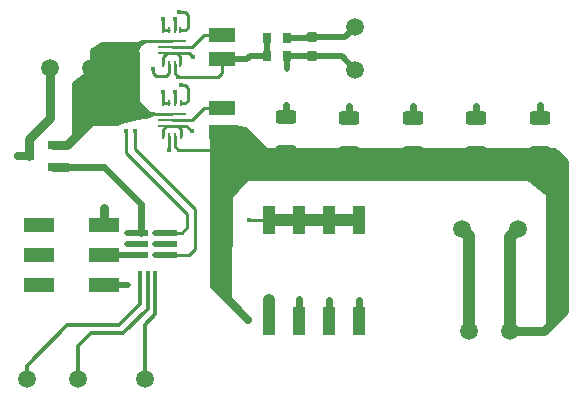
<source format=gbr>
%TF.GenerationSoftware,KiCad,Pcbnew,9.0.5*%
%TF.CreationDate,2025-10-15T03:39:03+09:00*%
%TF.ProjectId,fpga_pre_test,66706761-5f70-4726-955f-746573742e6b,rev?*%
%TF.SameCoordinates,Original*%
%TF.FileFunction,Copper,L1,Top*%
%TF.FilePolarity,Positive*%
%FSLAX46Y46*%
G04 Gerber Fmt 4.6, Leading zero omitted, Abs format (unit mm)*
G04 Created by KiCad (PCBNEW 9.0.5) date 2025-10-15 03:39:03*
%MOMM*%
%LPD*%
G01*
G04 APERTURE LIST*
G04 Aperture macros list*
%AMRoundRect*
0 Rectangle with rounded corners*
0 $1 Rounding radius*
0 $2 $3 $4 $5 $6 $7 $8 $9 X,Y pos of 4 corners*
0 Add a 4 corners polygon primitive as box body*
4,1,4,$2,$3,$4,$5,$6,$7,$8,$9,$2,$3,0*
0 Add four circle primitives for the rounded corners*
1,1,$1+$1,$2,$3*
1,1,$1+$1,$4,$5*
1,1,$1+$1,$6,$7*
1,1,$1+$1,$8,$9*
0 Add four rect primitives between the rounded corners*
20,1,$1+$1,$2,$3,$4,$5,0*
20,1,$1+$1,$4,$5,$6,$7,0*
20,1,$1+$1,$6,$7,$8,$9,0*
20,1,$1+$1,$8,$9,$2,$3,0*%
G04 Aperture macros list end*
%TA.AperFunction,Conductor*%
%ADD10C,0.200000*%
%TD*%
%ADD11C,0.200000*%
%TA.AperFunction,SMDPad,CuDef*%
%ADD12R,0.250000X0.600000*%
%TD*%
%TA.AperFunction,SMDPad,CuDef*%
%ADD13R,2.400000X0.250000*%
%TD*%
%TA.AperFunction,SMDPad,CuDef*%
%ADD14C,1.500000*%
%TD*%
%TA.AperFunction,SMDPad,CuDef*%
%ADD15RoundRect,0.250000X0.625000X-0.312500X0.625000X0.312500X-0.625000X0.312500X-0.625000X-0.312500X0*%
%TD*%
%TA.AperFunction,SMDPad,CuDef*%
%ADD16R,1.130000X2.440000*%
%TD*%
%TA.AperFunction,SMDPad,CuDef*%
%ADD17R,2.500000X1.200000*%
%TD*%
%TA.AperFunction,SMDPad,CuDef*%
%ADD18R,0.900000X0.800000*%
%TD*%
%TA.AperFunction,SMDPad,CuDef*%
%ADD19R,1.200000X0.600000*%
%TD*%
%TA.AperFunction,SMDPad,CuDef*%
%ADD20R,2.200000X1.200000*%
%TD*%
%TA.AperFunction,SMDPad,CuDef*%
%ADD21RoundRect,0.200000X-0.275000X0.200000X-0.275000X-0.200000X0.275000X-0.200000X0.275000X0.200000X0*%
%TD*%
%TA.AperFunction,SMDPad,CuDef*%
%ADD22R,0.650000X0.850000*%
%TD*%
%TA.AperFunction,ComponentPad*%
%ADD23C,1.500000*%
%TD*%
%TA.AperFunction,ViaPad*%
%ADD24C,0.450000*%
%TD*%
%TA.AperFunction,ViaPad*%
%ADD25C,0.500000*%
%TD*%
%TA.AperFunction,Conductor*%
%ADD26C,0.700000*%
%TD*%
%TA.AperFunction,Conductor*%
%ADD27C,0.250000*%
%TD*%
%TA.AperFunction,Conductor*%
%ADD28C,0.500000*%
%TD*%
%TA.AperFunction,Conductor*%
%ADD29C,0.800000*%
%TD*%
%TA.AperFunction,Conductor*%
%ADD30C,0.600000*%
%TD*%
%TA.AperFunction,Conductor*%
%ADD31C,1.000000*%
%TD*%
%TA.AperFunction,Conductor*%
%ADD32C,0.300000*%
%TD*%
%TA.AperFunction,Conductor*%
%ADD33C,0.750000*%
%TD*%
G04 APERTURE END LIST*
D10*
%TO.N,/VDC*%
X137779166Y-90771097D02*
X138560000Y-91920000D01*
X136030263Y-92510000D01*
X133890263Y-92290000D01*
X132290263Y-93797854D01*
X132290263Y-89048334D01*
X133840263Y-87790000D01*
X133810263Y-86250000D01*
X134686334Y-85603666D01*
X137790000Y-85600000D01*
X137779166Y-90771097D01*
%TA.AperFunction,Conductor*%
G36*
X137779166Y-90771097D02*
G01*
X138560000Y-91920000D01*
X136030263Y-92510000D01*
X133890263Y-92290000D01*
X132290263Y-93797854D01*
X132290263Y-89048334D01*
X133840263Y-87790000D01*
X133810263Y-86250000D01*
X134686334Y-85603666D01*
X137790000Y-85600000D01*
X137779166Y-90771097D01*
G37*
%TD.AperFunction*%
%TO.N,/VOUT2*%
X146922026Y-92852026D02*
X148689977Y-94600023D01*
X173090000Y-94630000D01*
X174060000Y-95580000D01*
X173820000Y-108330000D01*
X172397085Y-109662915D01*
X172390000Y-98540000D01*
X170830000Y-97260000D01*
X147070000Y-97250000D01*
X145700000Y-98690000D01*
X145666561Y-107146561D01*
X145758445Y-108089197D01*
X143945756Y-106260000D01*
X143920000Y-92691898D01*
X146000000Y-92630000D01*
X146922026Y-92852026D01*
%TA.AperFunction,Conductor*%
G36*
X146922026Y-92852026D02*
G01*
X148689977Y-94600023D01*
X173090000Y-94630000D01*
X174060000Y-95580000D01*
X173820000Y-108330000D01*
X172397085Y-109662915D01*
X172390000Y-98540000D01*
X170830000Y-97260000D01*
X147070000Y-97250000D01*
X145700000Y-98690000D01*
X145666561Y-107146561D01*
X145758445Y-108089197D01*
X143945756Y-106260000D01*
X143920000Y-92691898D01*
X146000000Y-92630000D01*
X146922026Y-92852026D01*
G37*
%TD.AperFunction*%
D11*
X138410000Y-91930000D02*
X138416720Y-91930537D01*
X138423408Y-91930991D01*
X138430067Y-91931363D01*
X138436699Y-91931654D01*
X138443305Y-91931865D01*
X138449888Y-91931995D01*
X138456449Y-91932045D01*
X138462990Y-91932015D01*
X138469515Y-91931906D01*
X138476024Y-91931717D01*
X138482519Y-91931449D01*
X138489004Y-91931102D01*
X138495481Y-91930676D01*
X138501951Y-91930170D01*
X138508417Y-91929585D01*
X138514881Y-91928920D01*
X138521347Y-91928175D01*
X138527817Y-91927349D01*
X138534293Y-91926443D01*
X138540779Y-91925454D01*
X138547277Y-91924384D01*
X138553791Y-91923230D01*
X138560324Y-91921992D01*
X138566880Y-91920668D01*
X138573461Y-91919259D01*
X138580073Y-91917761D01*
X138586719Y-91916175D01*
X138593404Y-91914497D01*
X138600133Y-91912726D01*
X138606910Y-91910861D01*
X138613742Y-91908898D01*
X138620634Y-91906835D01*
X138627593Y-91904669D01*
X138634627Y-91902397D01*
X138641743Y-91900015D01*
X138648950Y-91897518D01*
X138656258Y-91894903D01*
X138663679Y-91892163D01*
X138671226Y-91889293D01*
X138678912Y-91886284D01*
X138686755Y-91883129D01*
X138694775Y-91879818D01*
X138702995Y-91876339D01*
X138711444Y-91872678D01*
X138720155Y-91868817D01*
X138729172Y-91864734D01*
X138738550Y-91860402D01*
X138748360Y-91855784D01*
X138758702Y-91850830D01*
X138769715Y-91845468D01*
X138781617Y-91839588D01*
X138794770Y-91833005D01*
X138809887Y-91825356D01*
X138828835Y-91815692D01*
X138837513Y-91811253D01*
X138851438Y-91804132D01*
X138865458Y-91796986D01*
X138879586Y-91789833D01*
X138893834Y-91782688D01*
X138901008Y-91779125D01*
X138908217Y-91775570D01*
X138915462Y-91772026D01*
X138922746Y-91768495D01*
X138930070Y-91764978D01*
X138937435Y-91761480D01*
X138944844Y-91758000D01*
X138952297Y-91754542D01*
X138959797Y-91751107D01*
X138967345Y-91747698D01*
X138974942Y-91744317D01*
X138982591Y-91740965D01*
X138990293Y-91737646D01*
X138998049Y-91734361D01*
X139005862Y-91731112D01*
X139013732Y-91727902D01*
X139021662Y-91724732D01*
X139029653Y-91721605D01*
X139037706Y-91718523D01*
X139045824Y-91715487D01*
X139054008Y-91712501D01*
X139062260Y-91709566D01*
X139070580Y-91706684D01*
X139078972Y-91703857D01*
X139087435Y-91701088D01*
X139091695Y-91699726D01*
X139095973Y-91698379D01*
X139100270Y-91697047D01*
X139104587Y-91695732D01*
X139108923Y-91694432D01*
X139113278Y-91693148D01*
X139117653Y-91691881D01*
X139122048Y-91690631D01*
X139126463Y-91689397D01*
X139130898Y-91688181D01*
X139135354Y-91686983D01*
X139139830Y-91685802D01*
X139144328Y-91684640D01*
X139148847Y-91683496D01*
X139153387Y-91682370D01*
X139157949Y-91681264D01*
X139162532Y-91680176D01*
X139167138Y-91679108D01*
X139171765Y-91678060D01*
X139176415Y-91677032D01*
X139181088Y-91676024D01*
X139185783Y-91675036D01*
X139190501Y-91674069D01*
X139195243Y-91673124D01*
X139200008Y-91672199D01*
X139204796Y-91671296D01*
X139209608Y-91670415D01*
X139214445Y-91669556D01*
X139219305Y-91668720D01*
X139224190Y-91667906D01*
X139229100Y-91667115D01*
X139234034Y-91666347D01*
X139238993Y-91665602D01*
X139243978Y-91664881D01*
X139248988Y-91664184D01*
X139254023Y-91663512D01*
X139259085Y-91662864D01*
X139264172Y-91662240D01*
X139269286Y-91661642D01*
X139274426Y-91661068D01*
X139279592Y-91660521D01*
X139284786Y-91659999D01*
X139290007Y-91659503D01*
X139295255Y-91659034D01*
X139300530Y-91658591D01*
X139305833Y-91658175D01*
X139311164Y-91657787D01*
X139316523Y-91657425D01*
X139321910Y-91657092D01*
X139327325Y-91656786D01*
X139332770Y-91656508D01*
X139338243Y-91656259D01*
X139343745Y-91656039D01*
X139349277Y-91655848D01*
X139354837Y-91655686D01*
X139360428Y-91655553D01*
X139366049Y-91655450D01*
X139371699Y-91655378D01*
X139377380Y-91655335D01*
X139383092Y-91655324D01*
X139388834Y-91655343D01*
X139394607Y-91655393D01*
X138480000Y-91250000D02*
X138485126Y-91255242D01*
X138490231Y-91260432D01*
X138495245Y-91265502D01*
X138500240Y-91270524D01*
X138505150Y-91275431D01*
X138510041Y-91280292D01*
X138514852Y-91285045D01*
X138519646Y-91289752D01*
X138524365Y-91294358D01*
X138529067Y-91298919D01*
X138533699Y-91303384D01*
X138538316Y-91307807D01*
X138542866Y-91312137D01*
X138547402Y-91316427D01*
X138551875Y-91320629D01*
X138556335Y-91324792D01*
X138560736Y-91328871D01*
X138565124Y-91332912D01*
X138569456Y-91336874D01*
X138573777Y-91340798D01*
X138578045Y-91344647D01*
X138582302Y-91348460D01*
X138586510Y-91352201D01*
X138590707Y-91355906D01*
X138594858Y-91359543D01*
X138599000Y-91363145D01*
X138603097Y-91366682D01*
X138607185Y-91370185D01*
X138611232Y-91373626D01*
X138615271Y-91377034D01*
X138619270Y-91380382D01*
X138623263Y-91383698D01*
X138627218Y-91386958D01*
X138631166Y-91390185D01*
X138635080Y-91393359D01*
X138638987Y-91396501D01*
X138642862Y-91399592D01*
X138646731Y-91402652D01*
X138650570Y-91405663D01*
X138654403Y-91408644D01*
X138658208Y-91411577D01*
X138662008Y-91414482D01*
X138665781Y-91417340D01*
X138669551Y-91420171D01*
X138673295Y-91422957D01*
X138677035Y-91425716D01*
X138680752Y-91428433D01*
X138684467Y-91431123D01*
X138688159Y-91433772D01*
X138691849Y-91436395D01*
X138695519Y-91438979D01*
X138699187Y-91441537D01*
X138702836Y-91444058D01*
X138706483Y-91446553D01*
X138710114Y-91449012D01*
X138713743Y-91451446D01*
X138717357Y-91453846D01*
X138720970Y-91456221D01*
X138724569Y-91458563D01*
X138728168Y-91460881D01*
X138731754Y-91463167D01*
X138735341Y-91465429D01*
X138738916Y-91467661D01*
X138742491Y-91469869D01*
X138746057Y-91472048D01*
X138749624Y-91474204D01*
X138753182Y-91476331D01*
X138756742Y-91478436D01*
X138760295Y-91480513D01*
X138763849Y-91482569D01*
X138767398Y-91484597D01*
X138770948Y-91486604D01*
X138774495Y-91488586D01*
X138778044Y-91490546D01*
X138781590Y-91492481D01*
X138785139Y-91494396D01*
X138788686Y-91496286D01*
X138792236Y-91498156D01*
X138795786Y-91500003D01*
X138799340Y-91501829D01*
X138802894Y-91503634D01*
X138806453Y-91505418D01*
X138810014Y-91507180D01*
X138813580Y-91508923D01*
X138817149Y-91510645D01*
X138820723Y-91512347D01*
X138824302Y-91514030D01*
X138827886Y-91515693D01*
X138831477Y-91517337D01*
X138835073Y-91518961D01*
X138842287Y-91522154D01*
X138849532Y-91525273D01*
X138856811Y-91528320D01*
X138864129Y-91531296D01*
X138871488Y-91534202D01*
X138878893Y-91537041D01*
X138886348Y-91539814D01*
X138893856Y-91542521D01*
X138901422Y-91545164D01*
X138909051Y-91547743D01*
X138916745Y-91550261D01*
X138924511Y-91552719D01*
X138932353Y-91555116D01*
X138940275Y-91557454D01*
X138948282Y-91559734D01*
X138956380Y-91561957D01*
X138964575Y-91564123D01*
X138972871Y-91566233D01*
X138981274Y-91568288D01*
X138989791Y-91570289D01*
X138998428Y-91572236D01*
X139007192Y-91574129D01*
X139016090Y-91575970D01*
X139025130Y-91577758D01*
X139034319Y-91579494D01*
X139043665Y-91581179D01*
X139053178Y-91582812D01*
X139062868Y-91584395D01*
X139072743Y-91585927D01*
X139082815Y-91587409D01*
X139093095Y-91588840D01*
X139103596Y-91590222D01*
X139114330Y-91591553D01*
X139125313Y-91592835D01*
X139136559Y-91594068D01*
X139148085Y-91595250D01*
X139159910Y-91596383D01*
X139172054Y-91597467D01*
X139184538Y-91598500D01*
X139197388Y-91599484D01*
X139210629Y-91600418D01*
X139224293Y-91601301D01*
X139238411Y-91602134D01*
X139253023Y-91602917D01*
X139268172Y-91603648D01*
X139283906Y-91604328D01*
X139300282Y-91604956D01*
X139317368Y-91605531D01*
X139335239Y-91606054D01*
X139353991Y-91606523D01*
X139373736Y-91606937D01*
X139387177Y-91607177D01*
D10*
%TO.N,/VDC*%
X138059912Y-85709912D02*
X137830000Y-85970000D01*
X137760000Y-86220000D01*
X137290000Y-86180000D01*
X137510000Y-85800000D01*
X137953101Y-85560000D01*
X138530000Y-85450000D01*
X138059912Y-85709912D01*
%TA.AperFunction,Conductor*%
G36*
X138059912Y-85709912D02*
G01*
X137830000Y-85970000D01*
X137760000Y-86220000D01*
X137290000Y-86180000D01*
X137510000Y-85800000D01*
X137953101Y-85560000D01*
X138530000Y-85450000D01*
X138059912Y-85709912D01*
G37*
%TD.AperFunction*%
D11*
X137790000Y-86657518D02*
X137789698Y-86644249D01*
X137789421Y-86631152D01*
X137789173Y-86618497D01*
X137788948Y-86606003D01*
X137788751Y-86593918D01*
X137788576Y-86581985D01*
X137788427Y-86570431D01*
X137788301Y-86559020D01*
X137788198Y-86547962D01*
X137788117Y-86537039D01*
X137788058Y-86526444D01*
X137788020Y-86515978D01*
X137788003Y-86505818D01*
X137788007Y-86495780D01*
X137788031Y-86486029D01*
X137788075Y-86476393D01*
X137788137Y-86467026D01*
X137788219Y-86457768D01*
X137788319Y-86448763D01*
X137788438Y-86439862D01*
X137788573Y-86431198D01*
X137788728Y-86422634D01*
X137788898Y-86414293D01*
X137789086Y-86406046D01*
X137789290Y-86398010D01*
X137789512Y-86390064D01*
X137789748Y-86382317D01*
X137790002Y-86374656D01*
X137790269Y-86367182D01*
X137790554Y-86359792D01*
X137790852Y-86352578D01*
X137791167Y-86345443D01*
X137791494Y-86338476D01*
X137791838Y-86331584D01*
X137792195Y-86324851D01*
X137792567Y-86318191D01*
X137792951Y-86311680D01*
X137793352Y-86305240D01*
X137793763Y-86298942D01*
X137794190Y-86292710D01*
X137794628Y-86286614D01*
X137795082Y-86280582D01*
X137795546Y-86274678D01*
X137796025Y-86268836D01*
X137796515Y-86263115D01*
X137797019Y-86257454D01*
X137797533Y-86251908D01*
X137798063Y-86246419D01*
X137798601Y-86241040D01*
X137799155Y-86235716D01*
X137799718Y-86230496D01*
X137800295Y-86225329D01*
X137800881Y-86220261D01*
X137801482Y-86215244D01*
X137802091Y-86210321D01*
X137802715Y-86205448D01*
X137803347Y-86200664D01*
X137803993Y-86195927D01*
X137804648Y-86191275D01*
X137805317Y-86186669D01*
X137805994Y-86182144D01*
X137806685Y-86177663D01*
X137807384Y-86173260D01*
X137808096Y-86168898D01*
X137808817Y-86164610D01*
X137809552Y-86160362D01*
X137810295Y-86156185D01*
X137811051Y-86152047D01*
X137811815Y-86147975D01*
X137812593Y-86143941D01*
X137813378Y-86139970D01*
X137814177Y-86136036D01*
X137814984Y-86132162D01*
X137815805Y-86128323D01*
X137816633Y-86124541D01*
X137817475Y-86120793D01*
X137818324Y-86117099D01*
X137819187Y-86113438D01*
X137820059Y-86109828D01*
X137820943Y-86106251D01*
X137821836Y-86102721D01*
X137822741Y-86099223D01*
X137823656Y-86095770D01*
X137824583Y-86092347D01*
X137825519Y-86088967D01*
X137826468Y-86085617D01*
X137827426Y-86082306D01*
X137828397Y-86079024D01*
X137829377Y-86075781D01*
X137830370Y-86072564D01*
X137831373Y-86069383D01*
X137832389Y-86066229D01*
X137833414Y-86063108D01*
X137834453Y-86060013D01*
X137835502Y-86056949D01*
X137836563Y-86053910D01*
X137837636Y-86050900D01*
X137838721Y-86047914D01*
X137839817Y-86044955D01*
X137840926Y-86042020D01*
X137842047Y-86039109D01*
X137843181Y-86036221D01*
X137844327Y-86033356D01*
X137845486Y-86030512D01*
X137846658Y-86027690D01*
X137847843Y-86024888D01*
X137849042Y-86022106D01*
X137850253Y-86019344D01*
X137851479Y-86016599D01*
X137852718Y-86013873D01*
X137853971Y-86011163D01*
X137855238Y-86008472D01*
X137857817Y-86003134D01*
X137860457Y-85997854D01*
X137863158Y-85992628D01*
X137865925Y-85987450D01*
X137868758Y-85982314D01*
X137871663Y-85977216D01*
X137874640Y-85972150D01*
X137877694Y-85967110D01*
X137880829Y-85962091D01*
X137884049Y-85957087D01*
X137887358Y-85952091D01*
X137890760Y-85947097D01*
X137894262Y-85942099D01*
X137897870Y-85937089D01*
X137901589Y-85932060D01*
X137905429Y-85927002D01*
X137909395Y-85921908D01*
X137913499Y-85916768D01*
X137917751Y-85911569D01*
X137922162Y-85906302D01*
X137926747Y-85900950D01*
X137931520Y-85895501D01*
X137936502Y-85889934D01*
X137941713Y-85884229D01*
X137947180Y-85878363D01*
X137952934Y-85872303D01*
X137959015Y-85866015D01*
X137965472Y-85859450D01*
X137972369Y-85852550D01*
X137979794Y-85845234D01*
X137985168Y-85840000D01*
X137982759Y-85840000D02*
X137987740Y-85834452D01*
X137990299Y-85831647D01*
X137992899Y-85828827D01*
X137995545Y-85825987D01*
X137998231Y-85823133D01*
X138000961Y-85820261D01*
X138003732Y-85817376D01*
X138006545Y-85814475D01*
X138009398Y-85811563D01*
X138012291Y-85808637D01*
X138015224Y-85805701D01*
X138018196Y-85802754D01*
X138021207Y-85799796D01*
X138024254Y-85796831D01*
X138027340Y-85793856D01*
X138030461Y-85790876D01*
X138033620Y-85787887D01*
X138036811Y-85784895D01*
X138040040Y-85781896D01*
X138043299Y-85778895D01*
X138046595Y-85775888D01*
X138049920Y-85772882D01*
X138053281Y-85769871D01*
X138056669Y-85766862D01*
X138060092Y-85763849D01*
X138063540Y-85760841D01*
X138067023Y-85757829D01*
X138070528Y-85754824D01*
X138074068Y-85751817D01*
X138077628Y-85748818D01*
X138081222Y-85745817D01*
X138084835Y-85742826D01*
X138088481Y-85739835D01*
X138092144Y-85736855D01*
X138095839Y-85733875D01*
X138099549Y-85730909D01*
X138103291Y-85727943D01*
X138107046Y-85724993D01*
X138110833Y-85722043D01*
X138114631Y-85719110D01*
X138118459Y-85716179D01*
X138122298Y-85713266D01*
X138126166Y-85710355D01*
X138130043Y-85707463D01*
X138133948Y-85704575D01*
X138137861Y-85701706D01*
X138141802Y-85698842D01*
X138145749Y-85695998D01*
X138149723Y-85693159D01*
X138153701Y-85690343D01*
X138157707Y-85687531D01*
X138161715Y-85684742D01*
X138165750Y-85681959D01*
X138169787Y-85679200D01*
X138173849Y-85676447D01*
X138177912Y-85673719D01*
X138182000Y-85670997D01*
X138186087Y-85668301D01*
X138190198Y-85665612D01*
X138194308Y-85662949D01*
X138198442Y-85660294D01*
X138202573Y-85657664D01*
X138206728Y-85655044D01*
X138210878Y-85652450D01*
X138215052Y-85649865D01*
X138219220Y-85647307D01*
X138223412Y-85644759D01*
X138227597Y-85642238D01*
X138231804Y-85639727D01*
X138236005Y-85637244D01*
X138240227Y-85634771D01*
X138244441Y-85632326D01*
X138248677Y-85629892D01*
X138252904Y-85627486D01*
X138257151Y-85625092D01*
X138261390Y-85622726D01*
X138265649Y-85620371D01*
X138269898Y-85618045D01*
X138274167Y-85615732D01*
X138278425Y-85613446D01*
X138282702Y-85611174D01*
X138286969Y-85608929D01*
X138291254Y-85606698D01*
X138295528Y-85604495D01*
X138299820Y-85602306D01*
X138304100Y-85600145D01*
X138308398Y-85597998D01*
X138312684Y-85595880D01*
X138316986Y-85593775D01*
X138321276Y-85591699D01*
X138325583Y-85589638D01*
X138329877Y-85587605D01*
X138334187Y-85585586D01*
X138338484Y-85583596D01*
X138342796Y-85581621D01*
X138347095Y-85579674D01*
X138351409Y-85577742D01*
X138355710Y-85575838D01*
X138360025Y-85573950D01*
X138364326Y-85572090D01*
X138368642Y-85570246D01*
X138372943Y-85568429D01*
X138377259Y-85566629D01*
X138381560Y-85564856D01*
X138385875Y-85563100D01*
X138390175Y-85561371D01*
X138394488Y-85559658D01*
X138398786Y-85557973D01*
X138403098Y-85556305D01*
X138407394Y-85554664D01*
X138411703Y-85553039D01*
X138415997Y-85551442D01*
X138420303Y-85549862D01*
X138424594Y-85548308D01*
X138428897Y-85546772D01*
X138433184Y-85545263D01*
X138437483Y-85543771D01*
X138441767Y-85542305D01*
X138446061Y-85540857D01*
X138450341Y-85539435D01*
X138454631Y-85538031D01*
X138458906Y-85536653D01*
X138463191Y-85535293D01*
X138467461Y-85533959D01*
X138471741Y-85532643D01*
X138476005Y-85531352D01*
X138480280Y-85530080D01*
X138484539Y-85528833D01*
X138488807Y-85527604D01*
X138493060Y-85526401D01*
X138497323Y-85525215D01*
X138501570Y-85524055D01*
X138505826Y-85522914D01*
X138510067Y-85521797D01*
X138514316Y-85520699D01*
X138518550Y-85519625D01*
X138522793Y-85518570D01*
X138527020Y-85517540D01*
X138531256Y-85516528D01*
X138535476Y-85515541D01*
X138539704Y-85514572D01*
X138543917Y-85513627D01*
X138548138Y-85512701D01*
X138552344Y-85511800D01*
X138556557Y-85510917D01*
X138560755Y-85510057D01*
X138564961Y-85509217D01*
X138569152Y-85508400D01*
X138573349Y-85507603D01*
X138577532Y-85506828D01*
X138581722Y-85506073D01*
X138585896Y-85505341D01*
X138590078Y-85504628D01*
X138594245Y-85503938D01*
X138598418Y-85503267D01*
X138602577Y-85502619D01*
X138606742Y-85501990D01*
X138610892Y-85501384D01*
X138615049Y-85500797D01*
X138619191Y-85500233D01*
X138623339Y-85499688D01*
X138627473Y-85499165D01*
X138631613Y-85498661D01*
X138635738Y-85498180D01*
X138639869Y-85497718D01*
X138643986Y-85497278D01*
X138648109Y-85496858D01*
X138652217Y-85496459D01*
X138656331Y-85496080D01*
X138660431Y-85495722D01*
X138664536Y-85495384D01*
X138668627Y-85495067D01*
X138672724Y-85494770D01*
X138676807Y-85494494D01*
X138680895Y-85494238D01*
X138684969Y-85494003D01*
X138689048Y-85493787D01*
X138693113Y-85493593D01*
X138697184Y-85493418D01*
X138701241Y-85493264D01*
X138705302Y-85493130D01*
X138709351Y-85493017D01*
X138713404Y-85492923D01*
X138717444Y-85492850D01*
X138721488Y-85492797D01*
X138725519Y-85492764D01*
X138729555Y-85492751D01*
X138733578Y-85492758D01*
X138737605Y-85492786D01*
X138741619Y-85492833D01*
X138745637Y-85492900D01*
X138749643Y-85492988D01*
X138753653Y-85493095D01*
X138757650Y-85493222D01*
X138761652Y-85493370D01*
X138765641Y-85493537D01*
X138769634Y-85493724D01*
X138773615Y-85493931D01*
X138777599Y-85494158D01*
X138785343Y-85494657D01*
X137190000Y-86540000D02*
X137189826Y-86535368D01*
X137189673Y-86530744D01*
X137189539Y-86526124D01*
X137189426Y-86521512D01*
X137189333Y-86516904D01*
X137189260Y-86512304D01*
X137189207Y-86507708D01*
X137189174Y-86503120D01*
X137189161Y-86498536D01*
X137189168Y-86493960D01*
X137189196Y-86489389D01*
X137189243Y-86484825D01*
X137189310Y-86480266D01*
X137189396Y-86475714D01*
X137189503Y-86471167D01*
X137189630Y-86466628D01*
X137189776Y-86462093D01*
X137189942Y-86457566D01*
X137190128Y-86453044D01*
X137190334Y-86448529D01*
X137190559Y-86444019D01*
X137190804Y-86439517D01*
X137191069Y-86435019D01*
X137191353Y-86430529D01*
X137191980Y-86421567D01*
X137192686Y-86412630D01*
X137193470Y-86403717D01*
X137194332Y-86394830D01*
X137195272Y-86385969D01*
X137196289Y-86377133D01*
X137197384Y-86368322D01*
X137198556Y-86359537D01*
X137199805Y-86350778D01*
X137201131Y-86342045D01*
X137202534Y-86333339D01*
X137204013Y-86324658D01*
X137205569Y-86316004D01*
X137207202Y-86307376D01*
X137208910Y-86298775D01*
X137210695Y-86290201D01*
X137212556Y-86281654D01*
X137214492Y-86273134D01*
X137216505Y-86264641D01*
X137218593Y-86256176D01*
X137220756Y-86247739D01*
X137222994Y-86239329D01*
X137225308Y-86230948D01*
X137227697Y-86222594D01*
X137230161Y-86214269D01*
X137232700Y-86205973D01*
X137235313Y-86197706D01*
X137238001Y-86189467D01*
X137240763Y-86181258D01*
X137243600Y-86173079D01*
X137246511Y-86164929D01*
X137249497Y-86156809D01*
X137252556Y-86148720D01*
X137255689Y-86140661D01*
X137258896Y-86132632D01*
X137262176Y-86124635D01*
X137265530Y-86116669D01*
X137268958Y-86108734D01*
X137272459Y-86100831D01*
X137276033Y-86092960D01*
X137279680Y-86085122D01*
X137283400Y-86077316D01*
X137287192Y-86069543D01*
X137291058Y-86061804D01*
X137294996Y-86054098D01*
X137299006Y-86046426D01*
X137303089Y-86038789D01*
X137307244Y-86031185D01*
X137311471Y-86023617D01*
X137315769Y-86016084D01*
X137320140Y-86008587D01*
X137324581Y-86001126D01*
X137329095Y-85993701D01*
X137333679Y-85986313D01*
X137338335Y-85978961D01*
X137343061Y-85971648D01*
X137347858Y-85964372D01*
X137352726Y-85957134D01*
X137357663Y-85949935D01*
X137362672Y-85942775D01*
X137367749Y-85935655D01*
X137372897Y-85928575D01*
X137378114Y-85921534D01*
X137383401Y-85914535D01*
X137388757Y-85907577D01*
X137394181Y-85900660D01*
X137399674Y-85893785D01*
X137405236Y-85886953D01*
X137410865Y-85880164D01*
X137416563Y-85873418D01*
X137422328Y-85866716D01*
X137428160Y-85860059D01*
X137434059Y-85853446D01*
X137440025Y-85846879D01*
X137446058Y-85840357D01*
X137452157Y-85833882D01*
X137458321Y-85827453D01*
X137464551Y-85821072D01*
X137470846Y-85814738D01*
X137477206Y-85808452D01*
X137483631Y-85802216D01*
X137490119Y-85796028D01*
X137496671Y-85789890D01*
X137503287Y-85783803D01*
X137509966Y-85777766D01*
X137516707Y-85771780D01*
X137523510Y-85765846D01*
X137530375Y-85759964D01*
X137537301Y-85754136D01*
X137544289Y-85748360D01*
X137551336Y-85742638D01*
X137558444Y-85736971D01*
X137565611Y-85731358D01*
X137572837Y-85725801D01*
X137580122Y-85720300D01*
X137587465Y-85714855D01*
X137594865Y-85709467D01*
X137602322Y-85704136D01*
X137609836Y-85698863D01*
X137617406Y-85693649D01*
X137625031Y-85688494D01*
X137632711Y-85683398D01*
X137640445Y-85678362D01*
X137648234Y-85673387D01*
X137656075Y-85668473D01*
X137663969Y-85663620D01*
X137671914Y-85658829D01*
X137679911Y-85654100D01*
X137687959Y-85649435D01*
X137696057Y-85644833D01*
X137704205Y-85640295D01*
X137712401Y-85635821D01*
X137720645Y-85631412D01*
X137728937Y-85627068D01*
X137737276Y-85622790D01*
X137745661Y-85618579D01*
X137754091Y-85614434D01*
X137762567Y-85610356D01*
X137771086Y-85606346D01*
X137779649Y-85602404D01*
X137788254Y-85598530D01*
X137796902Y-85594725D01*
X137805591Y-85590989D01*
X137814320Y-85587323D01*
X137823089Y-85583727D01*
X137831897Y-85580202D01*
X137840744Y-85576747D01*
X137845182Y-85575047D01*
X137849628Y-85573364D01*
X137854084Y-85571699D01*
X137858549Y-85570052D01*
X137863023Y-85568423D01*
X137867506Y-85566812D01*
X137871998Y-85565219D01*
X137876499Y-85563645D01*
X137881008Y-85562088D01*
X137885526Y-85560550D01*
X137890052Y-85559030D01*
X137894587Y-85557528D01*
X137899130Y-85556045D01*
X137903681Y-85554580D01*
X137908240Y-85553133D01*
X137912808Y-85551705D01*
X137917382Y-85550295D01*
X137921965Y-85548904D01*
X137926556Y-85547531D01*
X137931154Y-85546177D01*
X137935759Y-85544842D01*
X137940373Y-85543525D01*
X137944993Y-85542228D01*
X137949621Y-85540948D01*
X137953101Y-85540000D01*
X137970000Y-85530000D02*
X137977419Y-85527637D01*
X137984788Y-85525311D01*
X137992059Y-85523037D01*
X137999282Y-85520799D01*
X138006414Y-85518610D01*
X138013499Y-85516456D01*
X138020498Y-85514350D01*
X138027451Y-85512278D01*
X138034324Y-85510251D01*
X138041153Y-85508257D01*
X138047906Y-85506307D01*
X138054617Y-85504390D01*
X138061256Y-85502514D01*
X138067856Y-85500670D01*
X138074388Y-85498866D01*
X138080882Y-85497093D01*
X138087312Y-85495358D01*
X138093707Y-85493653D01*
X138100042Y-85491985D01*
X138106342Y-85490347D01*
X138112586Y-85488744D01*
X138118798Y-85487170D01*
X138124958Y-85485629D01*
X138131086Y-85484117D01*
X138137167Y-85482638D01*
X138143217Y-85481186D01*
X138149224Y-85479766D01*
X138155202Y-85478373D01*
X138161139Y-85477010D01*
X138167049Y-85475673D01*
X138172922Y-85474366D01*
X138178769Y-85473084D01*
X138184584Y-85471830D01*
X138190373Y-85470603D01*
X138196133Y-85469401D01*
X138201869Y-85468225D01*
X138207580Y-85467075D01*
X138213268Y-85465949D01*
X138218934Y-85464849D01*
X138224579Y-85463772D01*
X138230205Y-85462720D01*
X138235811Y-85461692D01*
X138241402Y-85460686D01*
X138246975Y-85459705D01*
X138252536Y-85458745D01*
X138258079Y-85457809D01*
X138269134Y-85456002D01*
X138280150Y-85454283D01*
X138291136Y-85452649D01*
X138302102Y-85451098D01*
X138313060Y-85449629D01*
X138324020Y-85448240D01*
X138334992Y-85446930D01*
X138345989Y-85445697D01*
X138357023Y-85444540D01*
X138368107Y-85443457D01*
X138379253Y-85442449D01*
X138390475Y-85441514D01*
X138401790Y-85440650D01*
X138413213Y-85439859D01*
X138424762Y-85439138D01*
X138436455Y-85438488D01*
X138448313Y-85437908D01*
X138460359Y-85437399D01*
X138472619Y-85436961D01*
X138485121Y-85436593D01*
X138497895Y-85436297D01*
X138510980Y-85436073D01*
X138524415Y-85435922D01*
X138538250Y-85435846D01*
X138552541Y-85435847D01*
X138567356Y-85435927D01*
X138582777Y-85436089D01*
X138598907Y-85436338D01*
X138615874Y-85436678D01*
X138633847Y-85437118D01*
X138653053Y-85437666D01*
X138673815Y-85438336D01*
X138696621Y-85439150D01*
X138722276Y-85440142D01*
X138752324Y-85441379D01*
X138790617Y-85443026D01*
X138813673Y-85444034D01*
X138830815Y-85444785D01*
%TD*%
D12*
%TO.P,IC4,11,FSEL*%
%TO.N,GND*%
X139870000Y-90730000D03*
%TO.P,IC4,10,MODE*%
X140370000Y-90730000D03*
%TO.P,IC4,9,SS/TR*%
%TO.N,Net-(IC4-SS{slash}TR)*%
X140870000Y-90730000D03*
%TO.P,IC4,8,EN*%
%TO.N,/SEQ_FLAG2*%
X141370000Y-90730000D03*
%TO.P,IC4,7,PG*%
%TO.N,GND*%
X141370000Y-93530000D03*
%TO.P,IC4,6,VOS*%
%TO.N,/VOUT2*%
X140870000Y-93530000D03*
%TO.P,IC4,5,FB*%
%TO.N,Net-(IC4-FB)*%
X140370000Y-93530000D03*
%TO.P,IC4,4,AGND*%
%TO.N,GND*%
X139870000Y-93530000D03*
D13*
%TO.P,IC4,3,GND*%
X140620000Y-92630000D03*
%TO.P,IC4,2,SW*%
%TO.N,Net-(IC4-SW)*%
X140620000Y-92130000D03*
%TO.P,IC4,1,VIN*%
%TO.N,/VDC*%
X140620000Y-91630000D03*
%TD*%
D14*
%TO.P,TP_SEQ_FLAG2,1,1*%
%TO.N,/SEQ_FLAG2*%
X138331004Y-114050000D03*
%TD*%
%TO.P,TP_SEQ_FLAG_NC1,1,1*%
%TO.N,/SEQ_FLAG_NC*%
X132700000Y-114050000D03*
%TD*%
D15*
%TO.P,R20,1*%
%TO.N,/VOUT2*%
X171770000Y-94907500D03*
%TO.P,R20,2*%
%TO.N,Net-(C11-Pad1)*%
X171770000Y-91982500D03*
%TD*%
%TO.P,R19,2*%
%TO.N,Net-(C10-Pad1)*%
X166405000Y-92002500D03*
%TO.P,R19,1*%
%TO.N,/VOUT2*%
X166405000Y-94927500D03*
%TD*%
%TO.P,R18,2*%
%TO.N,Net-(C9-Pad1)*%
X161040000Y-92002500D03*
%TO.P,R18,1*%
%TO.N,/VOUT2*%
X161040000Y-94927500D03*
%TD*%
%TO.P,R17,2*%
%TO.N,Net-(C8-Pad1)*%
X155675000Y-92002500D03*
%TO.P,R17,1*%
%TO.N,/VOUT2*%
X155675000Y-94927500D03*
%TD*%
%TO.P,R16,2*%
%TO.N,Net-(C7-Pad1)*%
X150310000Y-91932500D03*
%TO.P,R16,1*%
%TO.N,/VOUT2*%
X150310000Y-94857500D03*
%TD*%
D16*
%TO.P,S2,1,1*%
%TO.N,Net-(R14-Pad2)*%
X148870000Y-109200000D03*
%TO.P,S2,2,2*%
%TO.N,Net-(R12-Pad2)*%
X151410000Y-109200000D03*
%TO.P,S2,3,3*%
%TO.N,Net-(R10-Pad2)*%
X153950000Y-109200000D03*
%TO.P,S2,4,4*%
%TO.N,Net-(R8-Pad2)*%
X156490000Y-109200000D03*
%TO.P,S2,5,5*%
%TO.N,Net-(IC4-FB)*%
X156490000Y-100600000D03*
%TO.P,S2,6,6*%
X153950000Y-100600000D03*
%TO.P,S2,7,7*%
X151410000Y-100600000D03*
%TO.P,S2,8,8*%
X148870000Y-100600000D03*
%TD*%
D17*
%TO.P,S1,6,6*%
%TO.N,GND*%
X134880000Y-106080000D03*
%TO.P,S1,5,5*%
%TO.N,/SEQ_EN*%
X134880000Y-103580000D03*
%TO.P,S1,4,4*%
%TO.N,Net-(R1-Pad2)*%
X134880000Y-101080000D03*
%TO.P,S1,3,3*%
%TO.N,unconnected-(S1-Pad3)*%
X129380000Y-106080000D03*
%TO.P,S1,2,2*%
%TO.N,unconnected-(S1-Pad2)*%
X129380000Y-103580000D03*
%TO.P,S1,1,1*%
%TO.N,unconnected-(S1-Pad1)*%
X129380000Y-101080000D03*
%TD*%
D18*
%TO.P,IC1,1,GND*%
%TO.N,GND*%
X128580000Y-95200000D03*
%TO.P,IC1,2,OUT*%
%TO.N,/3V3LVR*%
X130580000Y-96150000D03*
%TO.P,IC1,3,IN*%
%TO.N,/VDC*%
X130580000Y-94250000D03*
%TD*%
D19*
%TO.P,IC2,6,FLAG1*%
%TO.N,/SEQ_FLAG1*%
X140481493Y-101682499D03*
%TO.P,IC2,5,FLAG2*%
%TO.N,/SEQ_FLAG_NC*%
X140481493Y-102632499D03*
%TO.P,IC2,4,FLAG3*%
%TO.N,/SEQ_FLAG2*%
X140481493Y-103582499D03*
%TO.P,IC2,3,EN*%
%TO.N,/SEQ_EN*%
X137981493Y-103582499D03*
%TO.P,IC2,2,GND*%
%TO.N,GND*%
X137981493Y-102632499D03*
%TO.P,IC2,1,VCC*%
%TO.N,/3V3LVR*%
X137981493Y-101682499D03*
%TD*%
D14*
%TO.P,TP_SEQ_FLAG1,1,1*%
%TO.N,/SEQ_FLAG1*%
X128360000Y-114050000D03*
%TD*%
D20*
%TO.P,L2,1,1*%
%TO.N,Net-(IC4-SW)*%
X144920000Y-91130000D03*
%TO.P,L2,2,2*%
%TO.N,/VOUT2*%
X144920000Y-93130000D03*
%TD*%
D12*
%TO.P,IC3,11,FSEL*%
%TO.N,GND*%
X139865000Y-84570000D03*
%TO.P,IC3,10,MODE*%
X140365000Y-84570000D03*
%TO.P,IC3,9,SS/TR*%
%TO.N,Net-(IC3-SS{slash}TR)*%
X140865000Y-84570000D03*
%TO.P,IC3,8,EN*%
%TO.N,/SEQ_FLAG1*%
X141365000Y-84570000D03*
%TO.P,IC3,7,PG*%
%TO.N,GND*%
X141365000Y-87370000D03*
%TO.P,IC3,6,VOS*%
%TO.N,/VOUT1*%
X140865000Y-87370000D03*
%TO.P,IC3,5,FB*%
%TO.N,Net-(IC3-FB)*%
X140365000Y-87370000D03*
%TO.P,IC3,4,AGND*%
%TO.N,GND*%
X139865000Y-87370000D03*
D13*
%TO.P,IC3,3,GND*%
X140615000Y-86470000D03*
%TO.P,IC3,2,SW*%
%TO.N,Net-(IC3-SW)*%
X140615000Y-85970000D03*
%TO.P,IC3,1,VIN*%
%TO.N,/VDC*%
X140615000Y-85470000D03*
%TD*%
D20*
%TO.P,L1,2,2*%
%TO.N,/VOUT1*%
X144915000Y-86970000D03*
%TO.P,L1,1,1*%
%TO.N,Net-(IC3-SW)*%
X144915000Y-84970000D03*
%TD*%
D14*
%TO.P,TP_OSC_OUT1,1,1*%
%TO.N,Net-(Y1-OUTPUT)*%
X156170000Y-84250000D03*
%TD*%
%TO.P,TP_OSC_GND1,1,1*%
%TO.N,GND*%
X156170000Y-87910000D03*
%TD*%
D21*
%TO.P,R21,2*%
%TO.N,GND*%
X152510000Y-86770000D03*
%TO.P,R21,1*%
%TO.N,Net-(Y1-OUTPUT)*%
X152510000Y-85120000D03*
%TD*%
D14*
%TO.P,TP_LOAD_GND1,1,1*%
%TO.N,GND*%
X165160000Y-101380000D03*
%TD*%
D22*
%TO.P,Y1,1,STANDBY*%
%TO.N,/VOUT1*%
X148710000Y-86720000D03*
%TO.P,Y1,2,GND*%
%TO.N,GND*%
X150360000Y-86720000D03*
%TO.P,Y1,3,OUTPUT*%
%TO.N,Net-(Y1-OUTPUT)*%
X150360000Y-85170000D03*
%TO.P,Y1,4,VDD*%
%TO.N,/VOUT1*%
X148710000Y-85170000D03*
%TD*%
D14*
%TO.P,TP_LOAD_VCC1,1,1*%
%TO.N,/VOUT2*%
X169970000Y-101370000D03*
%TD*%
D23*
%TO.P,J2,1,1*%
%TO.N,/VOUT2*%
X169260000Y-110020000D03*
%TO.P,J2,2,2*%
%TO.N,GND*%
X165760000Y-110020000D03*
%TD*%
%TO.P,J1,1,1*%
%TO.N,GND*%
X130330000Y-87770000D03*
%TO.P,J1,2,2*%
%TO.N,/VDC*%
X133830000Y-87770000D03*
%TD*%
D24*
%TO.N,Net-(IC4-FB)*%
X140360000Y-94650000D03*
X147190000Y-100600000D03*
%TO.N,/SEQ_FLAG2*%
X137540000Y-93050000D03*
X141380000Y-89180000D03*
%TO.N,/SEQ_FLAG1*%
X136760000Y-93060000D03*
X141260000Y-82990000D03*
%TO.N,GND*%
X150360000Y-87820000D03*
X142310000Y-93120000D03*
%TO.N,/3V3LVR*%
X131770000Y-96130000D03*
%TO.N,/VDC*%
X131800000Y-94250000D03*
%TO.N,/SEQ_FLAG1*%
X137939997Y-105120000D03*
%TO.N,/SEQ_FLAG_NC*%
X138590000Y-105120000D03*
%TO.N,/SEQ_FLAG2*%
X139240000Y-105130000D03*
%TO.N,Net-(C11-Pad1)*%
X171770000Y-90917500D03*
%TO.N,Net-(C10-Pad1)*%
X166410000Y-90947500D03*
%TO.N,Net-(C9-Pad1)*%
X161040000Y-90977500D03*
%TO.N,Net-(C8-Pad1)*%
X155670000Y-90977500D03*
%TO.N,Net-(C7-Pad1)*%
X150310000Y-90867500D03*
%TO.N,Net-(R8-Pad2)*%
X156500000Y-107350000D03*
%TO.N,Net-(R10-Pad2)*%
X153950000Y-107350000D03*
%TO.N,Net-(R12-Pad2)*%
X151410000Y-107340000D03*
%TO.N,Net-(R14-Pad2)*%
X148870000Y-107360000D03*
D25*
%TO.N,/3V3LVR*%
X136848735Y-101682499D03*
%TO.N,/SEQ_FLAG_NC*%
X139231493Y-102622499D03*
%TO.N,/SEQ_FLAG2*%
X139241493Y-103582499D03*
%TO.N,GND*%
X136858735Y-102632499D03*
X136890000Y-106080000D03*
%TO.N,Net-(R1-Pad2)*%
X134880000Y-99580000D03*
%TO.N,GND*%
X127610000Y-95200000D03*
%TO.N,/SEQ_FLAG1*%
X139231493Y-101682499D03*
D24*
%TO.N,GND*%
X139870000Y-89770000D03*
%TO.N,Net-(IC4-SS{slash}TR)*%
X140868888Y-89745000D03*
%TO.N,/VOUT1*%
X141175000Y-88490000D03*
%TO.N,Net-(IC3-FB)*%
X139075000Y-87790000D03*
%TO.N,GND*%
X142405000Y-86810000D03*
%TO.N,Net-(IC3-SS{slash}TR)*%
X140865000Y-83620000D03*
%TO.N,GND*%
X139865000Y-83620000D03*
%TO.N,/VOUT2*%
X147070000Y-109040000D03*
%TD*%
D26*
%TO.N,/VOUT2*%
X144840000Y-98555000D02*
X148537500Y-94857500D01*
X147070000Y-109040000D02*
X144840000Y-106810000D01*
X144840000Y-106810000D02*
X144840000Y-98555000D01*
D27*
%TO.N,Net-(IC4-FB)*%
X147190000Y-100600000D02*
X148870000Y-100600000D01*
X140370000Y-94640000D02*
X140360000Y-94650000D01*
X140370000Y-93530000D02*
X140370000Y-94640000D01*
D28*
%TO.N,GND*%
X152510000Y-86770000D02*
X155030000Y-86770000D01*
X155030000Y-86770000D02*
X156170000Y-87910000D01*
%TO.N,Net-(Y1-OUTPUT)*%
X155300000Y-85120000D02*
X156170000Y-84250000D01*
X152510000Y-85120000D02*
X155300000Y-85120000D01*
D29*
%TO.N,/VOUT2*%
X172130000Y-110020000D02*
X169260000Y-110020000D01*
X173820000Y-95690000D02*
X173820000Y-108330000D01*
X173037500Y-94907500D02*
X173820000Y-95690000D01*
X173820000Y-108330000D02*
X172130000Y-110020000D01*
X171770000Y-94907500D02*
X173037500Y-94907500D01*
D27*
%TO.N,/SEQ_FLAG2*%
X142590000Y-103070000D02*
X142077501Y-103582499D01*
X137530000Y-94630000D02*
X142590000Y-99690000D01*
X137530000Y-93060000D02*
X137530000Y-94630000D01*
X142590000Y-99690000D02*
X142590000Y-103070000D01*
X137540000Y-93050000D02*
X137530000Y-93060000D01*
X142077501Y-103582499D02*
X140481493Y-103582499D01*
%TO.N,/SEQ_FLAG1*%
X141940000Y-101220000D02*
X141477501Y-101682499D01*
X136760000Y-94930000D02*
X141940000Y-100110000D01*
X141940000Y-100110000D02*
X141940000Y-101220000D01*
X136760000Y-93060000D02*
X136760000Y-94930000D01*
X141477501Y-101682499D02*
X140481493Y-101682499D01*
%TO.N,/SEQ_FLAG2*%
X141790000Y-90730000D02*
X141370000Y-90730000D01*
X142020000Y-89430000D02*
X142020000Y-90500000D01*
X141770000Y-89180000D02*
X142020000Y-89430000D01*
X142020000Y-90500000D02*
X141790000Y-90730000D01*
X141380000Y-89180000D02*
X141770000Y-89180000D01*
%TO.N,/SEQ_FLAG1*%
X141740000Y-84570000D02*
X141365000Y-84570000D01*
X141720000Y-82990000D02*
X141970000Y-83240000D01*
X141970000Y-84340000D02*
X141740000Y-84570000D01*
X141260000Y-82990000D02*
X141720000Y-82990000D01*
X141970000Y-83240000D02*
X141970000Y-84340000D01*
D29*
%TO.N,/VDC*%
X137515000Y-90705000D02*
X138440000Y-91630000D01*
X135950000Y-92220000D02*
X137490000Y-90680000D01*
X133830000Y-92220000D02*
X135950000Y-92220000D01*
D27*
X138440000Y-91630000D02*
X140620000Y-91630000D01*
D29*
X137490000Y-86490000D02*
X137490000Y-90680000D01*
D27*
X140615000Y-85470000D02*
X138510000Y-85470000D01*
D29*
%TO.N,/VOUT2*%
X146810000Y-93130000D02*
X144920000Y-93130000D01*
X148537500Y-94857500D02*
X146810000Y-93130000D01*
X150310000Y-94857500D02*
X148537500Y-94857500D01*
X150380000Y-94927500D02*
X150310000Y-94857500D01*
X155675000Y-94927500D02*
X150380000Y-94927500D01*
X161040000Y-94927500D02*
X155675000Y-94927500D01*
X166405000Y-94927500D02*
X161040000Y-94927500D01*
X166425000Y-94907500D02*
X166405000Y-94927500D01*
X171770000Y-94907500D02*
X166425000Y-94907500D01*
D30*
%TO.N,/3V3LVR*%
X137981493Y-99261493D02*
X137981493Y-101682499D01*
X134850000Y-96130000D02*
X137981493Y-99261493D01*
X131770000Y-96130000D02*
X134850000Y-96130000D01*
D28*
%TO.N,GND*%
X150360000Y-86720000D02*
X150360000Y-87820000D01*
D27*
X141820000Y-92630000D02*
X142310000Y-93120000D01*
X140620000Y-92630000D02*
X141820000Y-92630000D01*
D29*
%TO.N,/VDC*%
X133830000Y-92220000D02*
X131800000Y-94250000D01*
X133830000Y-87770000D02*
X133830000Y-92220000D01*
%TO.N,/3V3LVR*%
X130600000Y-96130000D02*
X130580000Y-96150000D01*
X131770000Y-96130000D02*
X130600000Y-96130000D01*
%TO.N,/VDC*%
X131800000Y-94250000D02*
X130580000Y-94250000D01*
D31*
%TO.N,/VOUT2*%
X169260000Y-102080000D02*
X169970000Y-101370000D01*
X169260000Y-110020000D02*
X169260000Y-102080000D01*
%TO.N,GND*%
X165760000Y-101980000D02*
X165160000Y-101380000D01*
X165760000Y-110020000D02*
X165760000Y-101980000D01*
D32*
%TO.N,/SEQ_FLAG_NC*%
X133770000Y-110210000D02*
X132700000Y-111280000D01*
X132700000Y-111280000D02*
X132700000Y-114050000D01*
X136540000Y-110210000D02*
X133770000Y-110210000D01*
X138590000Y-108160000D02*
X136540000Y-110210000D01*
X138590000Y-105120000D02*
X138590000Y-108160000D01*
%TO.N,/SEQ_FLAG1*%
X131790000Y-109530000D02*
X128360000Y-112960000D01*
X136160000Y-109530000D02*
X131790000Y-109530000D01*
X137939997Y-107750003D02*
X136160000Y-109530000D01*
X128360000Y-112960000D02*
X128360000Y-114050000D01*
X137939997Y-105120000D02*
X137939997Y-107750003D01*
%TO.N,/SEQ_FLAG2*%
X138331004Y-109488996D02*
X138331004Y-114050000D01*
X139240000Y-108580000D02*
X138331004Y-109488996D01*
X139240000Y-105130000D02*
X139240000Y-108580000D01*
D30*
%TO.N,Net-(C11-Pad1)*%
X171770000Y-91982500D02*
X171770000Y-90917500D01*
%TO.N,Net-(C10-Pad1)*%
X166405000Y-90952500D02*
X166410000Y-90947500D01*
X166405000Y-92002500D02*
X166405000Y-90952500D01*
%TO.N,Net-(C9-Pad1)*%
X161040000Y-92002500D02*
X161040000Y-90977500D01*
%TO.N,Net-(C8-Pad1)*%
X155675000Y-90982500D02*
X155670000Y-90977500D01*
X155675000Y-92002500D02*
X155675000Y-90982500D01*
%TO.N,Net-(C7-Pad1)*%
X150310000Y-91932500D02*
X150310000Y-90867500D01*
%TO.N,Net-(R8-Pad2)*%
X156490000Y-107360000D02*
X156500000Y-107350000D01*
X156490000Y-109200000D02*
X156490000Y-107360000D01*
%TO.N,Net-(R10-Pad2)*%
X153950000Y-109200000D02*
X153950000Y-107350000D01*
%TO.N,Net-(R12-Pad2)*%
X151410000Y-109200000D02*
X151410000Y-107340000D01*
D31*
%TO.N,Net-(R14-Pad2)*%
X148870000Y-109200000D02*
X148870000Y-107360000D01*
D28*
%TO.N,/SEQ_EN*%
X137981493Y-103582499D02*
X134882499Y-103582499D01*
%TO.N,GND*%
X137981493Y-102632499D02*
X136858735Y-102632499D01*
%TO.N,/SEQ_EN*%
X134882499Y-103582499D02*
X134880000Y-103580000D01*
%TO.N,/SEQ_FLAG1*%
X140481493Y-101682499D02*
X139231493Y-101682499D01*
D29*
%TO.N,Net-(R1-Pad2)*%
X134880000Y-101080000D02*
X134880000Y-99580000D01*
D26*
%TO.N,GND*%
X127610000Y-95200000D02*
X128580000Y-95200000D01*
D28*
%TO.N,/3V3LVR*%
X136848735Y-101682499D02*
X137981493Y-101682499D01*
%TO.N,GND*%
X134880000Y-106080000D02*
X136890000Y-106080000D01*
%TO.N,/SEQ_FLAG2*%
X139241493Y-103582499D02*
X140481493Y-103582499D01*
%TO.N,/SEQ_FLAG_NC*%
X140471493Y-102622499D02*
X140481493Y-102632499D01*
X139231493Y-102622499D02*
X140471493Y-102622499D01*
D31*
%TO.N,Net-(IC4-FB)*%
X148870000Y-100600000D02*
X156490000Y-100600000D01*
D27*
%TO.N,Net-(IC4-SW)*%
X143360000Y-91130000D02*
X144920000Y-91130000D01*
X142360000Y-92130000D02*
X143360000Y-91130000D01*
X140620000Y-92130000D02*
X142360000Y-92130000D01*
%TO.N,GND*%
X139870000Y-93530000D02*
X139870000Y-92953000D01*
X141370000Y-93530000D02*
X141370000Y-92953000D01*
X139870000Y-92953000D02*
X140193000Y-92630000D01*
X139870000Y-90730000D02*
X139870000Y-89770000D01*
X140193000Y-92630000D02*
X140620000Y-92630000D01*
X139870000Y-90730000D02*
X140370000Y-90730000D01*
%TO.N,Net-(IC4-SS{slash}TR)*%
X140870000Y-90730000D02*
X140870000Y-89746112D01*
%TO.N,GND*%
X141370000Y-92953000D02*
X141047000Y-92630000D01*
X141047000Y-92630000D02*
X140620000Y-92630000D01*
%TO.N,Net-(IC3-FB)*%
X139335000Y-88390000D02*
X139075000Y-88130000D01*
X140115000Y-88390000D02*
X139335000Y-88390000D01*
X139075000Y-88130000D02*
X139075000Y-87790000D01*
X140365000Y-88140000D02*
X140115000Y-88390000D01*
X140365000Y-87370000D02*
X140365000Y-88140000D01*
%TO.N,GND*%
X142065000Y-86470000D02*
X142405000Y-86810000D01*
X140615000Y-86470000D02*
X142065000Y-86470000D01*
%TO.N,/VOUT1*%
X144915000Y-88140000D02*
X144915000Y-86970000D01*
X144565000Y-88490000D02*
X144915000Y-88140000D01*
X141175000Y-88490000D02*
X144565000Y-88490000D01*
X140865000Y-88180000D02*
X141175000Y-88490000D01*
X140865000Y-87370000D02*
X140865000Y-88180000D01*
%TO.N,GND*%
X141042000Y-86470000D02*
X140615000Y-86470000D01*
X141365000Y-86793000D02*
X141042000Y-86470000D01*
X141365000Y-87370000D02*
X141365000Y-86793000D01*
X140188000Y-86470000D02*
X140615000Y-86470000D01*
X139865000Y-86793000D02*
X140188000Y-86470000D01*
X139865000Y-87370000D02*
X139865000Y-86793000D01*
%TO.N,Net-(IC3-SW)*%
X143345000Y-84970000D02*
X144915000Y-84970000D01*
X142345000Y-85970000D02*
X143345000Y-84970000D01*
X140615000Y-85970000D02*
X142345000Y-85970000D01*
%TO.N,Net-(IC3-SS{slash}TR)*%
X140865000Y-84570000D02*
X140865000Y-83620000D01*
%TO.N,GND*%
X139865000Y-84570000D02*
X139865000Y-83620000D01*
X139865000Y-84570000D02*
X140365000Y-84570000D01*
D28*
X152460000Y-86720000D02*
X152510000Y-86770000D01*
X150360000Y-86720000D02*
X152460000Y-86720000D01*
%TO.N,Net-(Y1-OUTPUT)*%
X152460000Y-85170000D02*
X152510000Y-85120000D01*
X150360000Y-85170000D02*
X152460000Y-85170000D01*
%TO.N,/VOUT1*%
X148710000Y-85170000D02*
X148710000Y-86720000D01*
X147030000Y-86970000D02*
X147280000Y-86720000D01*
X147280000Y-86720000D02*
X148710000Y-86720000D01*
X144915000Y-86970000D02*
X147030000Y-86970000D01*
D27*
%TO.N,/VOUT2*%
X144920000Y-94280000D02*
X144920000Y-93130000D01*
X144550000Y-94650000D02*
X144920000Y-94280000D01*
X141160000Y-94650000D02*
X144550000Y-94650000D01*
X140870000Y-94360000D02*
X141160000Y-94650000D01*
X140870000Y-93530000D02*
X140870000Y-94360000D01*
D33*
%TO.N,GND*%
X130330000Y-91990000D02*
X128580000Y-93740000D01*
X130330000Y-87770000D02*
X130330000Y-91990000D01*
X128580000Y-93740000D02*
X128580000Y-95200000D01*
%TD*%
M02*

</source>
